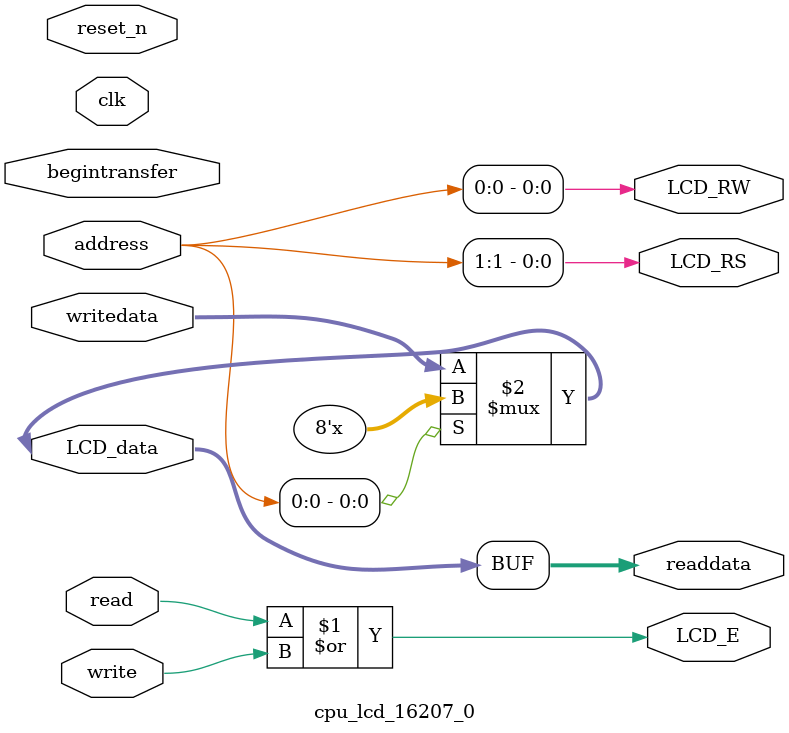
<source format=v>

`timescale 1ns / 1ps
// synthesis translate_on

// turn off superfluous verilog processor warnings 
// altera message_level Level1 
// altera message_off 10034 10035 10036 10037 10230 10240 10030 

module cpu_lcd_16207_0 (
                         // inputs:
                          address,
                          begintransfer,
                          clk,
                          read,
                          reset_n,
                          write,
                          writedata,

                         // outputs:
                          LCD_E,
                          LCD_RS,
                          LCD_RW,
                          LCD_data,
                          readdata
                       )
;

  output           LCD_E;
  output           LCD_RS;
  output           LCD_RW;
  inout   [  7: 0] LCD_data;
  output  [  7: 0] readdata;
  input   [  1: 0] address;
  input            begintransfer;
  input            clk;
  input            read;
  input            reset_n;
  input            write;
  input   [  7: 0] writedata;


wire             LCD_E;
wire             LCD_RS;
wire             LCD_RW;
wire    [  7: 0] LCD_data;
wire    [  7: 0] readdata;
  assign LCD_RW = address[0];
  assign LCD_RS = address[1];
  assign LCD_E = read | write;
  assign LCD_data = (address[0]) ? {8{1'bz}} : writedata;
  assign readdata = LCD_data;
  //control_slave, which is an e_avalon_slave

endmodule


</source>
